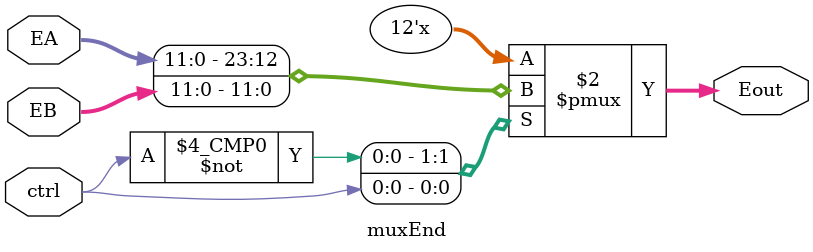
<source format=v>
module muxEnd (ctrl,EA,EB,Eout);
	input ctrl;
	input [11:0] EA, EB;
	output reg [11:0] Eout;
	
	always @(*) begin
		case (ctrl)
			1'b0: Eout = EA;				
			1'b1:  Eout = EB;
		endcase
	end
endmodule
	
</source>
